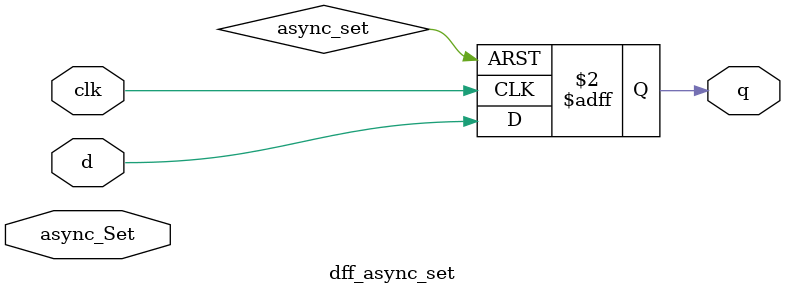
<source format=v>
module dff_async_set (input clk, input async_Set , input d, output reg q);
always @ (posedge clk, posedge async_set)
begin
	if (async_set)
		q<=1'b1;
	else
		q<=d;
end
endmodule

</source>
